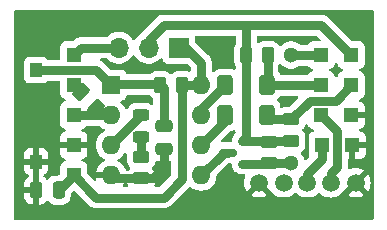
<source format=gbr>
%TF.GenerationSoftware,KiCad,Pcbnew,7.0.5*%
%TF.CreationDate,2023-12-04T17:25:30-05:00*%
%TF.ProjectId,isp,6973702e-6b69-4636-9164-5f7063625858,rev?*%
%TF.SameCoordinates,Original*%
%TF.FileFunction,Copper,L2,Bot*%
%TF.FilePolarity,Positive*%
%FSLAX46Y46*%
G04 Gerber Fmt 4.6, Leading zero omitted, Abs format (unit mm)*
G04 Created by KiCad (PCBNEW 7.0.5) date 2023-12-04 17:25:30*
%MOMM*%
%LPD*%
G01*
G04 APERTURE LIST*
G04 Aperture macros list*
%AMRoundRect*
0 Rectangle with rounded corners*
0 $1 Rounding radius*
0 $2 $3 $4 $5 $6 $7 $8 $9 X,Y pos of 4 corners*
0 Add a 4 corners polygon primitive as box body*
4,1,4,$2,$3,$4,$5,$6,$7,$8,$9,$2,$3,0*
0 Add four circle primitives for the rounded corners*
1,1,$1+$1,$2,$3*
1,1,$1+$1,$4,$5*
1,1,$1+$1,$6,$7*
1,1,$1+$1,$8,$9*
0 Add four rect primitives between the rounded corners*
20,1,$1+$1,$2,$3,$4,$5,0*
20,1,$1+$1,$4,$5,$6,$7,0*
20,1,$1+$1,$6,$7,$8,$9,0*
20,1,$1+$1,$8,$9,$2,$3,0*%
G04 Aperture macros list end*
%TA.AperFunction,ComponentPad*%
%ADD10C,1.500000*%
%TD*%
%TA.AperFunction,ComponentPad*%
%ADD11R,1.600000X1.600000*%
%TD*%
%TA.AperFunction,ComponentPad*%
%ADD12O,1.600000X1.600000*%
%TD*%
%TA.AperFunction,SMDPad,CuDef*%
%ADD13R,1.000000X1.250000*%
%TD*%
%TA.AperFunction,SMDPad,CuDef*%
%ADD14RoundRect,0.250000X-0.262500X-0.450000X0.262500X-0.450000X0.262500X0.450000X-0.262500X0.450000X0*%
%TD*%
%TA.AperFunction,SMDPad,CuDef*%
%ADD15RoundRect,0.250000X-0.450000X0.262500X-0.450000X-0.262500X0.450000X-0.262500X0.450000X0.262500X0*%
%TD*%
%TA.AperFunction,SMDPad,CuDef*%
%ADD16RoundRect,0.250000X0.450000X-0.262500X0.450000X0.262500X-0.450000X0.262500X-0.450000X-0.262500X0*%
%TD*%
%TA.AperFunction,SMDPad,CuDef*%
%ADD17RoundRect,0.250000X-0.503814X-0.132583X-0.132583X-0.503814X0.503814X0.132583X0.132583X0.503814X0*%
%TD*%
%TA.AperFunction,SMDPad,CuDef*%
%ADD18RoundRect,0.150000X0.587500X0.150000X-0.587500X0.150000X-0.587500X-0.150000X0.587500X-0.150000X0*%
%TD*%
%TA.AperFunction,ComponentPad*%
%ADD19R,1.300000X1.300000*%
%TD*%
%TA.AperFunction,ComponentPad*%
%ADD20R,1.700000X1.700000*%
%TD*%
%TA.AperFunction,ComponentPad*%
%ADD21O,1.700000X1.700000*%
%TD*%
%TA.AperFunction,SMDPad,CuDef*%
%ADD22RoundRect,0.243750X0.456250X-0.243750X0.456250X0.243750X-0.456250X0.243750X-0.456250X-0.243750X0*%
%TD*%
%TA.AperFunction,SMDPad,CuDef*%
%ADD23RoundRect,0.250000X-0.400000X-0.600000X0.400000X-0.600000X0.400000X0.600000X-0.400000X0.600000X0*%
%TD*%
%TA.AperFunction,SMDPad,CuDef*%
%ADD24RoundRect,0.250000X-0.475000X0.250000X-0.475000X-0.250000X0.475000X-0.250000X0.475000X0.250000X0*%
%TD*%
%TA.AperFunction,SMDPad,CuDef*%
%ADD25RoundRect,0.250000X0.250000X0.475000X-0.250000X0.475000X-0.250000X-0.475000X0.250000X-0.475000X0*%
%TD*%
%TA.AperFunction,ViaPad*%
%ADD26C,1.300000*%
%TD*%
%TA.AperFunction,Conductor*%
%ADD27C,0.750000*%
%TD*%
G04 APERTURE END LIST*
D10*
%TO.P,SW1,*%
%TO.N,GND*%
X28960000Y-14605000D03*
X20760000Y-14605000D03*
%TO.P,SW1,1,A*%
%TO.N,Net-(J3-~{RST})*%
X26860000Y-14605000D03*
%TO.P,SW1,2,B*%
%TO.N,Net-(J4-Pin_1)*%
X24860000Y-14605000D03*
%TO.P,SW1,3,C*%
%TO.N,unconnected-(SW1-C-Pad3)*%
X22860000Y-14605000D03*
%TD*%
D11*
%TO.P,U1,1,~{RESET}/PB5*%
%TO.N,Net-(U1-~{RESET}{slash}PB5)*%
X8255000Y-6350000D03*
D12*
%TO.P,U1,2,XTAL1/PB3*%
%TO.N,UART*%
X8255000Y-8890000D03*
%TO.P,U1,3,XTAL2/PB4*%
%TO.N,Net-(D3-A)*%
X8255000Y-11430000D03*
%TO.P,U1,4,GND*%
%TO.N,GND*%
X8255000Y-13970000D03*
%TO.P,U1,5,AREF/PB0*%
%TO.N,Net-(Q1-D)*%
X15875000Y-13970000D03*
%TO.P,U1,6,PB1*%
%TO.N,Net-(D1-K)*%
X15875000Y-11430000D03*
%TO.P,U1,7,PB2*%
%TO.N,Net-(D2-K)*%
X15875000Y-8890000D03*
%TO.P,U1,8,VCC*%
%TO.N,+5V*%
X15875000Y-6350000D03*
%TD*%
D13*
%TO.P,SW2,2,2*%
%TO.N,GND*%
X1905000Y-12830000D03*
%TO.P,SW2,1,1*%
%TO.N,Net-(U1-~{RESET}{slash}PB5)*%
X1905000Y-5080000D03*
%TD*%
D14*
%TO.P,R6,1*%
%TO.N,Net-(U1-~{RESET}{slash}PB5)*%
X12422500Y-6350000D03*
%TO.P,R6,2*%
%TO.N,+5V*%
X14247500Y-6350000D03*
%TD*%
D15*
%TO.P,R5,1*%
%TO.N,Net-(D3-K)*%
X10795000Y-12422500D03*
%TO.P,R5,2*%
%TO.N,GND*%
X10795000Y-14247500D03*
%TD*%
%TO.P,R4,2*%
%TO.N,Net-(J3-MISO)*%
X21590000Y-12977500D03*
%TO.P,R4,1*%
%TO.N,Net-(J2-Pin_2)*%
X21590000Y-11152500D03*
%TD*%
D16*
%TO.P,R3,1*%
%TO.N,Net-(J2-Pin_2)*%
X23495000Y-11072500D03*
%TO.P,R3,2*%
%TO.N,Net-(D1-A)*%
X23495000Y-9247500D03*
%TD*%
D14*
%TO.P,R2,1*%
%TO.N,Net-(J2-Pin_2)*%
X19685000Y-3810000D03*
%TO.P,R2,2*%
%TO.N,Net-(D2-A)*%
X21510000Y-3810000D03*
%TD*%
D17*
%TO.P,R1,1*%
%TO.N,Net-(J1-Pin_2)*%
X5704765Y-6974765D03*
%TO.P,R1,2*%
%TO.N,UART*%
X6995235Y-8265235D03*
%TD*%
D18*
%TO.P,Q1,3,D*%
%TO.N,Net-(Q1-D)*%
X18112500Y-12065000D03*
%TO.P,Q1,2,S*%
%TO.N,Net-(J3-MISO)*%
X19987500Y-13015000D03*
%TO.P,Q1,1,G*%
%TO.N,Net-(J2-Pin_2)*%
X19987500Y-11115000D03*
%TD*%
D19*
%TO.P,J4,2,Pin_2*%
%TO.N,GND*%
X28670000Y-11430000D03*
%TO.P,J4,1,Pin_1*%
%TO.N,Net-(J4-Pin_1)*%
X26130000Y-11430000D03*
%TD*%
%TO.P,J3,1,MISO*%
%TO.N,Net-(J3-MISO)*%
X26035000Y-3810000D03*
%TO.P,J3,2,VCC*%
%TO.N,Net-(J2-Pin_2)*%
X28575000Y-3810000D03*
%TO.P,J3,3,SCK*%
%TO.N,Net-(D2-A)*%
X26035000Y-6350000D03*
%TO.P,J3,4,MOSI*%
%TO.N,Net-(D1-A)*%
X28575000Y-6350000D03*
%TO.P,J3,5,~{RST}*%
%TO.N,Net-(J3-~{RST})*%
X26035000Y-8890000D03*
%TO.P,J3,6,GND*%
%TO.N,GND*%
X28575000Y-8890000D03*
%TD*%
D20*
%TO.P,J2,1,Pin_1*%
%TO.N,+5V*%
X13970000Y-3175000D03*
D21*
%TO.P,J2,2,Pin_2*%
%TO.N,Net-(J2-Pin_2)*%
X11430000Y-3175000D03*
%TO.P,J2,3,Pin_3*%
%TO.N,+3V3*%
X8890000Y-3175000D03*
%TD*%
D19*
%TO.P,J1,1,Pin_1*%
%TO.N,+3V3*%
X5080000Y-3810000D03*
%TO.P,J1,2,Pin_2*%
%TO.N,Net-(J1-Pin_2)*%
X5080000Y-6350000D03*
%TO.P,J1,3,Pin_3*%
%TO.N,UART*%
X5080000Y-8890000D03*
%TO.P,J1,4,Pin_4*%
%TO.N,GND*%
X5080000Y-11430000D03*
%TO.P,J1,5,Pin_5*%
%TO.N,+5V*%
X5080000Y-13970000D03*
%TD*%
D22*
%TO.P,D3,1,K*%
%TO.N,Net-(D3-K)*%
X10795000Y-10765000D03*
%TO.P,D3,2,A*%
%TO.N,Net-(D3-A)*%
X10795000Y-8890000D03*
%TD*%
D23*
%TO.P,D2,1,K*%
%TO.N,Net-(D2-K)*%
X17935000Y-6350000D03*
%TO.P,D2,2,A*%
%TO.N,Net-(D2-A)*%
X21435000Y-6350000D03*
%TD*%
%TO.P,D1,1,K*%
%TO.N,Net-(D1-K)*%
X17935000Y-8890000D03*
%TO.P,D1,2,A*%
%TO.N,Net-(D1-A)*%
X21435000Y-8890000D03*
%TD*%
D24*
%TO.P,C2,1*%
%TO.N,Net-(U1-~{RESET}{slash}PB5)*%
X12700000Y-9845000D03*
%TO.P,C2,2*%
%TO.N,GND*%
X12700000Y-11745000D03*
%TD*%
D25*
%TO.P,C1,1*%
%TO.N,+5V*%
X3805000Y-15240000D03*
%TO.P,C1,2*%
%TO.N,GND*%
X1905000Y-15240000D03*
%TD*%
D26*
%TO.N,Net-(J3-MISO)*%
X23495000Y-3810000D03*
X23495000Y-12977500D03*
%TD*%
D27*
%TO.N,+5V*%
X14247500Y-6350000D02*
X14247500Y-14327500D01*
X14247500Y-14327500D02*
X12700000Y-15875000D01*
X12700000Y-15875000D02*
X6985000Y-15875000D01*
X6985000Y-15875000D02*
X5080000Y-13970000D01*
%TO.N,Net-(J3-~{RST})*%
X27385000Y-10240000D02*
X26035000Y-8890000D01*
X27385000Y-13255000D02*
X27385000Y-10240000D01*
X26860000Y-13780000D02*
X27385000Y-13255000D01*
X26860000Y-14605000D02*
X26860000Y-13780000D01*
%TO.N,Net-(J4-Pin_1)*%
X26130000Y-12605000D02*
X26130000Y-11430000D01*
X24860000Y-13875000D02*
X26130000Y-12605000D01*
X24860000Y-14605000D02*
X24860000Y-13875000D01*
%TO.N,GND*%
X12700000Y-13335000D02*
X11787500Y-14247500D01*
X12700000Y-11745000D02*
X12700000Y-13335000D01*
X11787500Y-14247500D02*
X10795000Y-14247500D01*
X8532500Y-14247500D02*
X8255000Y-13970000D01*
X10795000Y-14247500D02*
X8532500Y-14247500D01*
%TO.N,Net-(D3-K)*%
X10795000Y-10765000D02*
X10795000Y-12422500D01*
%TO.N,Net-(D3-A)*%
X8255000Y-11430000D02*
X10795000Y-8890000D01*
%TO.N,Net-(J2-Pin_2)*%
X26035000Y-1270000D02*
X28575000Y-3810000D01*
X12700000Y-1270000D02*
X26035000Y-1270000D01*
X11430000Y-2540000D02*
X12700000Y-1270000D01*
X11430000Y-3175000D02*
X11430000Y-2540000D01*
%TO.N,Net-(D1-K)*%
X17935000Y-9370000D02*
X15875000Y-11430000D01*
X17935000Y-8890000D02*
X17935000Y-9370000D01*
%TO.N,Net-(D2-K)*%
X15875000Y-8410000D02*
X15875000Y-8890000D01*
X17935000Y-6350000D02*
X15875000Y-8410000D01*
%TO.N,Net-(Q1-D)*%
X17780000Y-12065000D02*
X15875000Y-13970000D01*
X18112500Y-12065000D02*
X17780000Y-12065000D01*
X15875000Y-13970000D02*
X16207500Y-13970000D01*
%TO.N,+3V3*%
X5715000Y-3175000D02*
X5080000Y-3810000D01*
X8890000Y-3175000D02*
X5715000Y-3175000D01*
%TO.N,+5V*%
X3810000Y-15240000D02*
X5080000Y-13970000D01*
X3805000Y-15240000D02*
X3810000Y-15240000D01*
%TO.N,Net-(U1-~{RESET}{slash}PB5)*%
X6985000Y-5080000D02*
X8255000Y-6350000D01*
X1905000Y-5080000D02*
X6985000Y-5080000D01*
%TO.N,UART*%
X5080000Y-8890000D02*
X7620000Y-8890000D01*
X7620000Y-8890000D02*
X6995235Y-8265235D01*
X8255000Y-8890000D02*
X7620000Y-8890000D01*
%TO.N,Net-(J1-Pin_2)*%
X5704765Y-6974765D02*
X5080000Y-6350000D01*
%TO.N,Net-(U1-~{RESET}{slash}PB5)*%
X12357500Y-6285000D02*
X12422500Y-6350000D01*
X8255000Y-6350000D02*
X8320000Y-6285000D01*
X8320000Y-6285000D02*
X12357500Y-6285000D01*
%TO.N,Net-(J3-MISO)*%
X26035000Y-3810000D02*
X23495000Y-3810000D01*
%TO.N,Net-(D2-A)*%
X26035000Y-6350000D02*
X21435000Y-6350000D01*
%TO.N,Net-(D1-A)*%
X27260000Y-7665000D02*
X25062500Y-7665000D01*
X28575000Y-6350000D02*
X27260000Y-7665000D01*
%TO.N,Net-(D2-A)*%
X26115000Y-6350000D02*
X26130000Y-6365000D01*
%TO.N,Net-(J3-MISO)*%
X23495000Y-3810000D02*
X23510000Y-3825000D01*
X23495000Y-12977500D02*
X21590000Y-12977500D01*
%TO.N,Net-(D1-A)*%
X23495000Y-9247500D02*
X25062500Y-7680000D01*
X21792500Y-9247500D02*
X21435000Y-8890000D01*
X23495000Y-9247500D02*
X21792500Y-9247500D01*
%TO.N,Net-(U1-~{RESET}{slash}PB5)*%
X12700000Y-6627500D02*
X12422500Y-6350000D01*
X12700000Y-9845000D02*
X12700000Y-6627500D01*
%TO.N,+5V*%
X15240000Y-6350000D02*
X15875000Y-6350000D01*
X14247500Y-6350000D02*
X15240000Y-6350000D01*
%TO.N,Net-(J2-Pin_2)*%
X19685000Y-1270000D02*
X19685000Y-3810000D01*
%TO.N,+5V*%
X15875000Y-4445000D02*
X15875000Y-6350000D01*
X14605000Y-3175000D02*
X15875000Y-4445000D01*
X13970000Y-3175000D02*
X14605000Y-3175000D01*
%TO.N,Net-(D1-K)*%
X15875000Y-11430000D02*
X16030000Y-11430000D01*
%TO.N,Net-(D2-K)*%
X15875000Y-8890000D02*
X16030000Y-8890000D01*
%TO.N,Net-(D2-A)*%
X21510000Y-6275000D02*
X21435000Y-6350000D01*
X21510000Y-3810000D02*
X21510000Y-6275000D01*
%TO.N,Net-(J3-MISO)*%
X21552500Y-13015000D02*
X21590000Y-12977500D01*
X19352500Y-13015000D02*
X21552500Y-13015000D01*
%TO.N,Net-(J2-Pin_2)*%
X19685000Y-10782500D02*
X19352500Y-11115000D01*
X19685000Y-3810000D02*
X19685000Y-10782500D01*
X19352500Y-11115000D02*
X23452500Y-11115000D01*
X23452500Y-11115000D02*
X23495000Y-11072500D01*
%TD*%
%TA.AperFunction,Conductor*%
%TO.N,GND*%
G36*
X9570485Y-14604727D02*
G01*
X9601210Y-14656982D01*
X9603364Y-14656269D01*
X9660435Y-14828496D01*
X9662837Y-14898324D01*
X9627105Y-14958366D01*
X9564585Y-14989559D01*
X9542729Y-14991500D01*
X9364946Y-14991500D01*
X9297907Y-14971815D01*
X9252152Y-14919011D01*
X9242208Y-14849853D01*
X9263371Y-14796376D01*
X9384055Y-14624022D01*
X9438632Y-14580398D01*
X9508131Y-14573205D01*
X9570485Y-14604727D01*
G37*
%TD.AperFunction*%
%TA.AperFunction,Conductor*%
G36*
X12893039Y-11514685D02*
G01*
X12938794Y-11567489D01*
X12950000Y-11619000D01*
X12950000Y-12744999D01*
X13224972Y-12744999D01*
X13224975Y-12744998D01*
X13227378Y-12744753D01*
X13227899Y-12744849D01*
X13228134Y-12744838D01*
X13228136Y-12744893D01*
X13296073Y-12757512D01*
X13346965Y-12805384D01*
X13364000Y-12868109D01*
X13364000Y-13910179D01*
X13344315Y-13977218D01*
X13327681Y-13997860D01*
X12370361Y-14955181D01*
X12309038Y-14988666D01*
X12282680Y-14991500D01*
X12047271Y-14991500D01*
X11980232Y-14971815D01*
X11934477Y-14919011D01*
X11924533Y-14849853D01*
X11929565Y-14828496D01*
X11984505Y-14662697D01*
X11984506Y-14662690D01*
X11994999Y-14559986D01*
X11995000Y-14559973D01*
X11995000Y-14497500D01*
X10669000Y-14497500D01*
X10601961Y-14477815D01*
X10556206Y-14425011D01*
X10545000Y-14373500D01*
X10545000Y-14121500D01*
X10564685Y-14054461D01*
X10617489Y-14008706D01*
X10669000Y-13997500D01*
X11994998Y-13997500D01*
X11994999Y-13935028D01*
X11994998Y-13935013D01*
X11984505Y-13832302D01*
X11929358Y-13665880D01*
X11929356Y-13665875D01*
X11837315Y-13516654D01*
X11749352Y-13428691D01*
X11715867Y-13367368D01*
X11720851Y-13297676D01*
X11749348Y-13253333D01*
X11844030Y-13158652D01*
X11937115Y-13007738D01*
X11992887Y-12839426D01*
X11992888Y-12839415D01*
X11993296Y-12837514D01*
X11993875Y-12836444D01*
X11995017Y-12832999D01*
X11995631Y-12833202D01*
X12026576Y-12776080D01*
X12087787Y-12742390D01*
X12127154Y-12740109D01*
X12175021Y-12744999D01*
X12449999Y-12744999D01*
X12450000Y-12744998D01*
X12450000Y-11619000D01*
X12469685Y-11551961D01*
X12522489Y-11506206D01*
X12574000Y-11495000D01*
X12826000Y-11495000D01*
X12893039Y-11514685D01*
G37*
%TD.AperFunction*%
%TA.AperFunction,Conductor*%
G36*
X7303679Y-9793185D02*
G01*
X7324321Y-9809819D01*
X7410700Y-9896198D01*
X7598251Y-10027523D01*
X7641345Y-10047618D01*
X7693784Y-10093791D01*
X7712936Y-10160984D01*
X7692720Y-10227865D01*
X7641345Y-10272382D01*
X7598251Y-10292476D01*
X7473126Y-10380090D01*
X7410700Y-10423802D01*
X7410698Y-10423803D01*
X7410695Y-10423806D01*
X7248806Y-10585695D01*
X7117476Y-10773252D01*
X7117475Y-10773254D01*
X7020718Y-10980750D01*
X7020714Y-10980761D01*
X6961457Y-11201910D01*
X6961456Y-11201918D01*
X6941502Y-11429998D01*
X6941502Y-11430001D01*
X6961456Y-11658081D01*
X6961457Y-11658089D01*
X7020714Y-11879238D01*
X7020718Y-11879249D01*
X7107335Y-12064999D01*
X7117477Y-12086749D01*
X7248802Y-12274300D01*
X7410700Y-12436198D01*
X7583517Y-12557206D01*
X7598251Y-12567523D01*
X7651401Y-12592307D01*
X7703840Y-12638479D01*
X7722992Y-12705673D01*
X7702776Y-12772554D01*
X7651401Y-12817071D01*
X7602517Y-12839865D01*
X7416179Y-12970342D01*
X7255342Y-13131179D01*
X7124865Y-13317517D01*
X7028734Y-13523673D01*
X7028730Y-13523682D01*
X6976127Y-13719999D01*
X6976128Y-13720000D01*
X7939314Y-13720000D01*
X7927359Y-13731955D01*
X7869835Y-13844852D01*
X7850014Y-13970000D01*
X7869835Y-14095148D01*
X7927359Y-14208045D01*
X7939314Y-14220000D01*
X6976128Y-14220000D01*
X7001544Y-14314856D01*
X6999881Y-14384706D01*
X6960718Y-14442568D01*
X6896490Y-14470072D01*
X6827588Y-14458485D01*
X6794088Y-14434630D01*
X6274819Y-13915361D01*
X6241334Y-13854038D01*
X6238500Y-13827680D01*
X6238500Y-13271362D01*
X6238499Y-13271345D01*
X6235157Y-13240270D01*
X6231989Y-13210799D01*
X6231134Y-13208507D01*
X6193594Y-13107859D01*
X6180889Y-13073796D01*
X6093261Y-12956739D01*
X5976204Y-12869111D01*
X5973518Y-12868109D01*
X5839204Y-12818011D01*
X5831813Y-12816265D01*
X5771097Y-12781691D01*
X5738711Y-12719781D01*
X5744938Y-12650189D01*
X5787800Y-12595011D01*
X5831826Y-12574908D01*
X5837383Y-12573595D01*
X5972086Y-12523354D01*
X5972093Y-12523350D01*
X6087187Y-12437190D01*
X6087190Y-12437187D01*
X6173350Y-12322093D01*
X6173354Y-12322086D01*
X6223596Y-12187379D01*
X6223598Y-12187372D01*
X6229999Y-12127844D01*
X6230000Y-12127827D01*
X6230000Y-11680000D01*
X5513686Y-11680000D01*
X5539493Y-11639844D01*
X5580000Y-11501889D01*
X5580000Y-11358111D01*
X5539493Y-11220156D01*
X5513686Y-11180000D01*
X6230000Y-11180000D01*
X6230000Y-10732172D01*
X6229999Y-10732155D01*
X6223598Y-10672627D01*
X6223596Y-10672620D01*
X6173354Y-10537913D01*
X6173350Y-10537906D01*
X6087190Y-10422812D01*
X6087187Y-10422809D01*
X5972093Y-10336649D01*
X5972086Y-10336645D01*
X5837379Y-10286403D01*
X5831817Y-10285089D01*
X5771100Y-10250518D01*
X5738712Y-10188608D01*
X5744936Y-10119016D01*
X5787796Y-10063837D01*
X5831820Y-10043732D01*
X5839194Y-10041989D01*
X5839201Y-10041989D01*
X5839207Y-10041986D01*
X5839210Y-10041986D01*
X5877985Y-10027523D01*
X5976204Y-9990889D01*
X6093261Y-9903261D01*
X6153202Y-9823188D01*
X6209136Y-9781318D01*
X6252469Y-9773500D01*
X7236640Y-9773500D01*
X7303679Y-9793185D01*
G37*
%TD.AperFunction*%
%TA.AperFunction,Conductor*%
G36*
X30422539Y-20185D02*
G01*
X30468294Y-72989D01*
X30479500Y-124500D01*
X30479500Y-17655500D01*
X30459815Y-17722539D01*
X30407011Y-17768294D01*
X30355500Y-17779500D01*
X124500Y-17779500D01*
X57461Y-17759815D01*
X11706Y-17707011D01*
X500Y-17655500D01*
X500Y-15490000D01*
X905001Y-15490000D01*
X905001Y-15764986D01*
X915494Y-15867697D01*
X970641Y-16034119D01*
X970643Y-16034124D01*
X1062684Y-16183345D01*
X1186654Y-16307315D01*
X1335875Y-16399356D01*
X1335880Y-16399358D01*
X1502302Y-16454505D01*
X1502309Y-16454506D01*
X1605019Y-16464999D01*
X1654999Y-16464998D01*
X1655000Y-16464998D01*
X1655000Y-15490000D01*
X905001Y-15490000D01*
X500Y-15490000D01*
X500Y-13080000D01*
X905000Y-13080000D01*
X905000Y-13502844D01*
X911401Y-13562372D01*
X911403Y-13562379D01*
X961645Y-13697086D01*
X961649Y-13697093D01*
X1047809Y-13812187D01*
X1047812Y-13812190D01*
X1162906Y-13898350D01*
X1162913Y-13898354D01*
X1217297Y-13918638D01*
X1273231Y-13960509D01*
X1297648Y-14025973D01*
X1282797Y-14094246D01*
X1239062Y-14140358D01*
X1186656Y-14172682D01*
X1062684Y-14296654D01*
X970643Y-14445875D01*
X970641Y-14445880D01*
X915494Y-14612302D01*
X915493Y-14612309D01*
X905000Y-14715013D01*
X905000Y-14990000D01*
X1655000Y-14990000D01*
X1655000Y-13080000D01*
X905000Y-13080000D01*
X500Y-13080000D01*
X500Y-12580000D01*
X905000Y-12580000D01*
X1655000Y-12580000D01*
X1655000Y-11705000D01*
X2155000Y-11705000D01*
X2155000Y-12580000D01*
X2905000Y-12580000D01*
X2905000Y-12157172D01*
X2904999Y-12157155D01*
X2898598Y-12097627D01*
X2898596Y-12097620D01*
X2848354Y-11962913D01*
X2848350Y-11962906D01*
X2762190Y-11847812D01*
X2762187Y-11847809D01*
X2647093Y-11761649D01*
X2647086Y-11761645D01*
X2512379Y-11711403D01*
X2512372Y-11711401D01*
X2452844Y-11705000D01*
X2155000Y-11705000D01*
X1655000Y-11705000D01*
X1357155Y-11705000D01*
X1297627Y-11711401D01*
X1297620Y-11711403D01*
X1162913Y-11761645D01*
X1162906Y-11761649D01*
X1047812Y-11847809D01*
X1047809Y-11847812D01*
X961649Y-11962906D01*
X961645Y-11962913D01*
X911403Y-12097620D01*
X911401Y-12097627D01*
X905000Y-12157155D01*
X905000Y-12580000D01*
X500Y-12580000D01*
X500Y-5753654D01*
X896500Y-5753654D01*
X903011Y-5814202D01*
X903011Y-5814204D01*
X954111Y-5951204D01*
X1041739Y-6068261D01*
X1158796Y-6155889D01*
X1295799Y-6206989D01*
X1323050Y-6209918D01*
X1356345Y-6213499D01*
X1356362Y-6213500D01*
X2453638Y-6213500D01*
X2453654Y-6213499D01*
X2480692Y-6210591D01*
X2514201Y-6206989D01*
X2651204Y-6155889D01*
X2768261Y-6068261D01*
X2809487Y-6013188D01*
X2865421Y-5971318D01*
X2908754Y-5963500D01*
X3797500Y-5963500D01*
X3864539Y-5983185D01*
X3910294Y-6035989D01*
X3921500Y-6087500D01*
X3921500Y-7048654D01*
X3928011Y-7109202D01*
X3928011Y-7109204D01*
X3974373Y-7233500D01*
X3979111Y-7246204D01*
X4066739Y-7363261D01*
X4183796Y-7450889D01*
X4242687Y-7472854D01*
X4325703Y-7503819D01*
X4381636Y-7545691D01*
X4406052Y-7611155D01*
X4391200Y-7679428D01*
X4341794Y-7728833D01*
X4325703Y-7736181D01*
X4183795Y-7789111D01*
X4066739Y-7876739D01*
X3979111Y-7993795D01*
X3928011Y-8130795D01*
X3928011Y-8130797D01*
X3921500Y-8191345D01*
X3921500Y-9588654D01*
X3928011Y-9649202D01*
X3928011Y-9649204D01*
X3961144Y-9738034D01*
X3979111Y-9786204D01*
X4066739Y-9903261D01*
X4183796Y-9990889D01*
X4260564Y-10019522D01*
X4320795Y-10041988D01*
X4328180Y-10043733D01*
X4388898Y-10078303D01*
X4421287Y-10140213D01*
X4415064Y-10209804D01*
X4372204Y-10264984D01*
X4328184Y-10285088D01*
X4322624Y-10286401D01*
X4187913Y-10336645D01*
X4187906Y-10336649D01*
X4072812Y-10422809D01*
X4072809Y-10422812D01*
X3986649Y-10537906D01*
X3986645Y-10537913D01*
X3936403Y-10672620D01*
X3936401Y-10672627D01*
X3930000Y-10732155D01*
X3930000Y-11180000D01*
X4646314Y-11180000D01*
X4620507Y-11220156D01*
X4580000Y-11358111D01*
X4580000Y-11501889D01*
X4620507Y-11639844D01*
X4646314Y-11680000D01*
X3930000Y-11680000D01*
X3930000Y-12127844D01*
X3936401Y-12187372D01*
X3936403Y-12187379D01*
X3986645Y-12322086D01*
X3986649Y-12322093D01*
X4072809Y-12437187D01*
X4072812Y-12437190D01*
X4187906Y-12523350D01*
X4187913Y-12523354D01*
X4322621Y-12573597D01*
X4328175Y-12574909D01*
X4388894Y-12609476D01*
X4421286Y-12671384D01*
X4415066Y-12740976D01*
X4372208Y-12796158D01*
X4328188Y-12816264D01*
X4320800Y-12818009D01*
X4183795Y-12869111D01*
X4066739Y-12956739D01*
X3979111Y-13073795D01*
X3928011Y-13210795D01*
X3928011Y-13210797D01*
X3921500Y-13271345D01*
X3921499Y-13271362D01*
X3921499Y-13827678D01*
X3901814Y-13894718D01*
X3885181Y-13915358D01*
X3830360Y-13970180D01*
X3769037Y-14003666D01*
X3742679Y-14006500D01*
X3504463Y-14006500D01*
X3504446Y-14006501D01*
X3400572Y-14017113D01*
X3232264Y-14072884D01*
X3232259Y-14072886D01*
X3081346Y-14165971D01*
X2955970Y-14291347D01*
X2955968Y-14291350D01*
X2955541Y-14292043D01*
X2955123Y-14292418D01*
X2951489Y-14297015D01*
X2950703Y-14296393D01*
X2903591Y-14338764D01*
X2834627Y-14349983D01*
X2770547Y-14322136D01*
X2752739Y-14301578D01*
X2751798Y-14302323D01*
X2747316Y-14296655D01*
X2623344Y-14172683D01*
X2623340Y-14172680D01*
X2570938Y-14140358D01*
X2524213Y-14088411D01*
X2512992Y-14019448D01*
X2540835Y-13955366D01*
X2592703Y-13918638D01*
X2647084Y-13898355D01*
X2647093Y-13898350D01*
X2762187Y-13812190D01*
X2762190Y-13812187D01*
X2848350Y-13697093D01*
X2848354Y-13697086D01*
X2898596Y-13562379D01*
X2898598Y-13562372D01*
X2904999Y-13502844D01*
X2905000Y-13502827D01*
X2905000Y-13080000D01*
X2155000Y-13080000D01*
X2155000Y-16464999D01*
X2204972Y-16464999D01*
X2204986Y-16464998D01*
X2307697Y-16454505D01*
X2474119Y-16399358D01*
X2474124Y-16399356D01*
X2623345Y-16307315D01*
X2747316Y-16183344D01*
X2751798Y-16177677D01*
X2753991Y-16179411D01*
X2796357Y-16141265D01*
X2865314Y-16130008D01*
X2929410Y-16157818D01*
X2951334Y-16183106D01*
X2951489Y-16182985D01*
X2954183Y-16186392D01*
X2955545Y-16187963D01*
X2955970Y-16188652D01*
X3081348Y-16314030D01*
X3232262Y-16407115D01*
X3400574Y-16462887D01*
X3504455Y-16473500D01*
X4105544Y-16473499D01*
X4209426Y-16462887D01*
X4377738Y-16407115D01*
X4528652Y-16314030D01*
X4654030Y-16188652D01*
X4747115Y-16037738D01*
X4802887Y-15869426D01*
X4813500Y-15765545D01*
X4813499Y-15537319D01*
X4833183Y-15470280D01*
X4849809Y-15449647D01*
X4992321Y-15307135D01*
X5053642Y-15273653D01*
X5123334Y-15278637D01*
X5167681Y-15307138D01*
X6304197Y-16443654D01*
X6316833Y-16458448D01*
X6324815Y-16469434D01*
X6375439Y-16515016D01*
X6377795Y-16517252D01*
X6393016Y-16532473D01*
X6409730Y-16546007D01*
X6412201Y-16548117D01*
X6434853Y-16568512D01*
X6462831Y-16593704D01*
X6474587Y-16600491D01*
X6490619Y-16611510D01*
X6501161Y-16620047D01*
X6561824Y-16650956D01*
X6564678Y-16652505D01*
X6623669Y-16686564D01*
X6636574Y-16690757D01*
X6654542Y-16698199D01*
X6666637Y-16704362D01*
X6666639Y-16704362D01*
X6666640Y-16704363D01*
X6678164Y-16707450D01*
X6732441Y-16721993D01*
X6735520Y-16722906D01*
X6800298Y-16743954D01*
X6813795Y-16745372D01*
X6832921Y-16748918D01*
X6842157Y-16751392D01*
X6846029Y-16752430D01*
X6914058Y-16755994D01*
X6917261Y-16756246D01*
X6938694Y-16758500D01*
X6960226Y-16758500D01*
X6963469Y-16758584D01*
X7031493Y-16762150D01*
X7044896Y-16760027D01*
X7064296Y-16758500D01*
X12620704Y-16758500D01*
X12640103Y-16760026D01*
X12653507Y-16762150D01*
X12721530Y-16758584D01*
X12724774Y-16758500D01*
X12746306Y-16758500D01*
X12767734Y-16756247D01*
X12770943Y-16755994D01*
X12838971Y-16752430D01*
X12852073Y-16748918D01*
X12871211Y-16745372D01*
X12877036Y-16744759D01*
X12884702Y-16743954D01*
X12934104Y-16727901D01*
X12949479Y-16722906D01*
X12952563Y-16721991D01*
X13018363Y-16704362D01*
X13030451Y-16698202D01*
X13048423Y-16690757D01*
X13061331Y-16686564D01*
X13120347Y-16652489D01*
X13123117Y-16650985D01*
X13183839Y-16620047D01*
X13194391Y-16611501D01*
X13210412Y-16600490D01*
X13222169Y-16593704D01*
X13222172Y-16593700D01*
X13222174Y-16593700D01*
X13233704Y-16583317D01*
X13272812Y-16548103D01*
X13275227Y-16546042D01*
X13291986Y-16532472D01*
X13307240Y-16517216D01*
X13309542Y-16515031D01*
X13360185Y-16469434D01*
X13368165Y-16458449D01*
X13380794Y-16443662D01*
X14816162Y-15008294D01*
X14830950Y-14995664D01*
X14841934Y-14987685D01*
X14849376Y-14979419D01*
X14908863Y-14942769D01*
X14978720Y-14944098D01*
X15026339Y-14972967D01*
X15026550Y-14972716D01*
X15028179Y-14974083D01*
X15029210Y-14974708D01*
X15030700Y-14976198D01*
X15218251Y-15107523D01*
X15277262Y-15135040D01*
X15425750Y-15204281D01*
X15425752Y-15204281D01*
X15425757Y-15204284D01*
X15646913Y-15263543D01*
X15809832Y-15277796D01*
X15874998Y-15283498D01*
X15875000Y-15283498D01*
X15875002Y-15283498D01*
X15932021Y-15278509D01*
X16103087Y-15263543D01*
X16324243Y-15204284D01*
X16531749Y-15107523D01*
X16719300Y-14976198D01*
X16881198Y-14814300D01*
X17012523Y-14626749D01*
X17109284Y-14419243D01*
X17168543Y-14198087D01*
X17188498Y-13970000D01*
X17188385Y-13968720D01*
X17188498Y-13968162D01*
X17188498Y-13964585D01*
X17189217Y-13964585D01*
X17202147Y-13900219D01*
X17224229Y-13870226D01*
X18113400Y-12981056D01*
X18174721Y-12947573D01*
X18188096Y-12945421D01*
X18297202Y-12933954D01*
X18306681Y-12930873D01*
X18376520Y-12928877D01*
X18436354Y-12964956D01*
X18467183Y-13027656D01*
X18469000Y-13048804D01*
X18469000Y-13107859D01*
X18507612Y-13289520D01*
X18507614Y-13289525D01*
X18583151Y-13459181D01*
X18583152Y-13459183D01*
X18626128Y-13518335D01*
X18692316Y-13609436D01*
X18754999Y-13665875D01*
X18830331Y-13733704D01*
X18991169Y-13826564D01*
X18991171Y-13826564D01*
X18991174Y-13826566D01*
X19044832Y-13844000D01*
X19167798Y-13883954D01*
X19306194Y-13898500D01*
X19515583Y-13898500D01*
X19582622Y-13918185D01*
X19628377Y-13970989D01*
X19638321Y-14040147D01*
X19627965Y-14074905D01*
X19580898Y-14175840D01*
X19580894Y-14175849D01*
X19524289Y-14387105D01*
X19524287Y-14387115D01*
X19505225Y-14604999D01*
X19505225Y-14605000D01*
X19524287Y-14822884D01*
X19524289Y-14822894D01*
X19580894Y-15034150D01*
X19580898Y-15034159D01*
X19673335Y-15232391D01*
X19716873Y-15294571D01*
X19716874Y-15294572D01*
X20157452Y-14853993D01*
X20167188Y-14883956D01*
X20255186Y-15022619D01*
X20374903Y-15135040D01*
X20509510Y-15209041D01*
X20070426Y-15648124D01*
X20132611Y-15691666D01*
X20132613Y-15691667D01*
X20330840Y-15784101D01*
X20330849Y-15784105D01*
X20542105Y-15840710D01*
X20542115Y-15840712D01*
X20759999Y-15859775D01*
X20760001Y-15859775D01*
X20977884Y-15840712D01*
X20977894Y-15840710D01*
X21189150Y-15784105D01*
X21189159Y-15784101D01*
X21387387Y-15691666D01*
X21449572Y-15648124D01*
X21007534Y-15206086D01*
X21075629Y-15179126D01*
X21208492Y-15082595D01*
X21313175Y-14956055D01*
X21361631Y-14853079D01*
X21806706Y-15298154D01*
X21820599Y-15314711D01*
X21892245Y-15417030D01*
X21892251Y-15417038D01*
X22047962Y-15572749D01*
X22228346Y-15699056D01*
X22427924Y-15792120D01*
X22640629Y-15849115D01*
X22797322Y-15862823D01*
X22859998Y-15868307D01*
X22860000Y-15868307D01*
X22860002Y-15868307D01*
X22914842Y-15863509D01*
X23079371Y-15849115D01*
X23292076Y-15792120D01*
X23491654Y-15699056D01*
X23672038Y-15572749D01*
X23772318Y-15472468D01*
X23833642Y-15438983D01*
X23903334Y-15443967D01*
X23947681Y-15472468D01*
X24047962Y-15572749D01*
X24228346Y-15699056D01*
X24427924Y-15792120D01*
X24640629Y-15849115D01*
X24797322Y-15862823D01*
X24859998Y-15868307D01*
X24860000Y-15868307D01*
X24860002Y-15868307D01*
X24914842Y-15863509D01*
X25079371Y-15849115D01*
X25292076Y-15792120D01*
X25491654Y-15699056D01*
X25672038Y-15572749D01*
X25772318Y-15472468D01*
X25833642Y-15438983D01*
X25903334Y-15443967D01*
X25947681Y-15472468D01*
X26047962Y-15572749D01*
X26228346Y-15699056D01*
X26427924Y-15792120D01*
X26640629Y-15849115D01*
X26797322Y-15862823D01*
X26859998Y-15868307D01*
X26860000Y-15868307D01*
X26860002Y-15868307D01*
X26914842Y-15863509D01*
X27079371Y-15849115D01*
X27292076Y-15792120D01*
X27491654Y-15699056D01*
X27672038Y-15572749D01*
X27827749Y-15417038D01*
X27899404Y-15314704D01*
X27913291Y-15298155D01*
X28357452Y-14853993D01*
X28367188Y-14883956D01*
X28455186Y-15022619D01*
X28574903Y-15135040D01*
X28709510Y-15209041D01*
X28270426Y-15648124D01*
X28332611Y-15691666D01*
X28332613Y-15691667D01*
X28530840Y-15784101D01*
X28530849Y-15784105D01*
X28742105Y-15840710D01*
X28742115Y-15840712D01*
X28959999Y-15859775D01*
X28960001Y-15859775D01*
X29177884Y-15840712D01*
X29177894Y-15840710D01*
X29389150Y-15784105D01*
X29389159Y-15784101D01*
X29587387Y-15691666D01*
X29649572Y-15648124D01*
X29207534Y-15206086D01*
X29275629Y-15179126D01*
X29408492Y-15082595D01*
X29513175Y-14956055D01*
X29561631Y-14853079D01*
X30003124Y-15294572D01*
X30046666Y-15232387D01*
X30139101Y-15034159D01*
X30139105Y-15034150D01*
X30195710Y-14822894D01*
X30195712Y-14822884D01*
X30214775Y-14605000D01*
X30214775Y-14604999D01*
X30195712Y-14387115D01*
X30195710Y-14387105D01*
X30139105Y-14175849D01*
X30139101Y-14175840D01*
X30046668Y-13977615D01*
X30003123Y-13915428D01*
X29562546Y-14356004D01*
X29552812Y-14326044D01*
X29464814Y-14187381D01*
X29345097Y-14074960D01*
X29210488Y-14000957D01*
X29649572Y-13561874D01*
X29649571Y-13561873D01*
X29587391Y-13518335D01*
X29389159Y-13425898D01*
X29389150Y-13425894D01*
X29177894Y-13369289D01*
X29177884Y-13369287D01*
X28960001Y-13350225D01*
X28959999Y-13350225D01*
X28742115Y-13369287D01*
X28742105Y-13369289D01*
X28530849Y-13425894D01*
X28530840Y-13425898D01*
X28441026Y-13467779D01*
X28371948Y-13478271D01*
X28308164Y-13449751D01*
X28269925Y-13391275D01*
X28264791Y-13348908D01*
X28265994Y-13325951D01*
X28266247Y-13322734D01*
X28268500Y-13301306D01*
X28268500Y-13279774D01*
X28268585Y-13276528D01*
X28268857Y-13271345D01*
X28272150Y-13208507D01*
X28270026Y-13195101D01*
X28268500Y-13175704D01*
X28268500Y-12704000D01*
X28288185Y-12636961D01*
X28340989Y-12591206D01*
X28392500Y-12580000D01*
X28420000Y-12580000D01*
X28420000Y-11865501D01*
X28527685Y-11914680D01*
X28634237Y-11930000D01*
X28705763Y-11930000D01*
X28812315Y-11914680D01*
X28920000Y-11865501D01*
X28920000Y-12580000D01*
X29367828Y-12580000D01*
X29367844Y-12579999D01*
X29427372Y-12573598D01*
X29427379Y-12573596D01*
X29562086Y-12523354D01*
X29562093Y-12523350D01*
X29677187Y-12437190D01*
X29677190Y-12437187D01*
X29763350Y-12322093D01*
X29763354Y-12322086D01*
X29813596Y-12187379D01*
X29813598Y-12187372D01*
X29819999Y-12127844D01*
X29820000Y-12127827D01*
X29820000Y-11680000D01*
X29103686Y-11680000D01*
X29129493Y-11639844D01*
X29170000Y-11501889D01*
X29170000Y-11358111D01*
X29129493Y-11220156D01*
X29103686Y-11180000D01*
X29820000Y-11180000D01*
X29820000Y-10732172D01*
X29819999Y-10732155D01*
X29813598Y-10672627D01*
X29813596Y-10672620D01*
X29763354Y-10537913D01*
X29763350Y-10537906D01*
X29677190Y-10422812D01*
X29677187Y-10422809D01*
X29562093Y-10336649D01*
X29562086Y-10336645D01*
X29427379Y-10286403D01*
X29427372Y-10286401D01*
X29367844Y-10280000D01*
X29353588Y-10280000D01*
X29286549Y-10260315D01*
X29240794Y-10207511D01*
X29230850Y-10138353D01*
X29259875Y-10074797D01*
X29318653Y-10037023D01*
X29325078Y-10035322D01*
X29332378Y-10033597D01*
X29467086Y-9983354D01*
X29467093Y-9983350D01*
X29582187Y-9897190D01*
X29582190Y-9897187D01*
X29668350Y-9782093D01*
X29668354Y-9782086D01*
X29718596Y-9647379D01*
X29718598Y-9647372D01*
X29724999Y-9587844D01*
X29725000Y-9587827D01*
X29725000Y-9140000D01*
X29008686Y-9140000D01*
X29034493Y-9099844D01*
X29075000Y-8961889D01*
X29075000Y-8818111D01*
X29034493Y-8680156D01*
X29008686Y-8640000D01*
X29725000Y-8640000D01*
X29725000Y-8192172D01*
X29724999Y-8192155D01*
X29718598Y-8132627D01*
X29718596Y-8132620D01*
X29668354Y-7997913D01*
X29668350Y-7997906D01*
X29582190Y-7882812D01*
X29582187Y-7882809D01*
X29467093Y-7796649D01*
X29467086Y-7796645D01*
X29332379Y-7746403D01*
X29326817Y-7745089D01*
X29266100Y-7710518D01*
X29233712Y-7648608D01*
X29239936Y-7579016D01*
X29282796Y-7523837D01*
X29326820Y-7503732D01*
X29334194Y-7501989D01*
X29334201Y-7501989D01*
X29334207Y-7501986D01*
X29334210Y-7501986D01*
X29395010Y-7479308D01*
X29471204Y-7450889D01*
X29588261Y-7363261D01*
X29675889Y-7246204D01*
X29726989Y-7109201D01*
X29730591Y-7075692D01*
X29733499Y-7048654D01*
X29733500Y-7048637D01*
X29733500Y-5651362D01*
X29733499Y-5651345D01*
X29727516Y-5595703D01*
X29726989Y-5590799D01*
X29675889Y-5453796D01*
X29588261Y-5336739D01*
X29471204Y-5249111D01*
X29471202Y-5249110D01*
X29471204Y-5249110D01*
X29329297Y-5196181D01*
X29273363Y-5154310D01*
X29248947Y-5088845D01*
X29263799Y-5020572D01*
X29313205Y-4971167D01*
X29329297Y-4963819D01*
X29429090Y-4926596D01*
X29471204Y-4910889D01*
X29588261Y-4823261D01*
X29675889Y-4706204D01*
X29726359Y-4570891D01*
X29726988Y-4569204D01*
X29726988Y-4569203D01*
X29726989Y-4569201D01*
X29731527Y-4526988D01*
X29733499Y-4508654D01*
X29733500Y-4508637D01*
X29733500Y-3111362D01*
X29733499Y-3111345D01*
X29730157Y-3080270D01*
X29726989Y-3050799D01*
X29721940Y-3037263D01*
X29677711Y-2918682D01*
X29675889Y-2913796D01*
X29588261Y-2796739D01*
X29471204Y-2709111D01*
X29334203Y-2658011D01*
X29273654Y-2651500D01*
X29273638Y-2651500D01*
X28717320Y-2651500D01*
X28650281Y-2631815D01*
X28629639Y-2615181D01*
X26715798Y-701340D01*
X26703160Y-686543D01*
X26695185Y-675566D01*
X26644553Y-629977D01*
X26642214Y-627756D01*
X26626990Y-612532D01*
X26626977Y-612520D01*
X26610243Y-598969D01*
X26607776Y-596862D01*
X26593259Y-583792D01*
X26557169Y-551296D01*
X26553829Y-549368D01*
X26545411Y-544507D01*
X26529376Y-533486D01*
X26518844Y-524957D01*
X26518843Y-524956D01*
X26518839Y-524953D01*
X26514384Y-522683D01*
X26458157Y-494033D01*
X26455304Y-492484D01*
X26396332Y-458436D01*
X26396325Y-458433D01*
X26383424Y-454241D01*
X26365456Y-446799D01*
X26353361Y-440637D01*
X26287572Y-423008D01*
X26284460Y-422087D01*
X26219708Y-401047D01*
X26219696Y-401045D01*
X26206202Y-399626D01*
X26187088Y-396083D01*
X26173974Y-392570D01*
X26173970Y-392569D01*
X26105957Y-389004D01*
X26102725Y-388750D01*
X26088065Y-387210D01*
X26081306Y-386500D01*
X26081302Y-386500D01*
X26059774Y-386500D01*
X26056530Y-386415D01*
X25988507Y-382850D01*
X25988506Y-382850D01*
X25988505Y-382850D01*
X25975103Y-384973D01*
X25955704Y-386500D01*
X12779290Y-386500D01*
X12759891Y-384973D01*
X12746493Y-382851D01*
X12678482Y-386415D01*
X12675239Y-386500D01*
X12653694Y-386500D01*
X12647838Y-387115D01*
X12632264Y-388751D01*
X12629033Y-389005D01*
X12561030Y-392569D01*
X12561029Y-392569D01*
X12547910Y-396084D01*
X12528798Y-399626D01*
X12515303Y-401045D01*
X12515291Y-401047D01*
X12460809Y-418749D01*
X12450534Y-422088D01*
X12447432Y-423007D01*
X12381642Y-440635D01*
X12381635Y-440638D01*
X12369537Y-446802D01*
X12351579Y-454240D01*
X12345278Y-456288D01*
X12338668Y-458436D01*
X12338663Y-458438D01*
X12300283Y-480597D01*
X12279672Y-492497D01*
X12276843Y-494033D01*
X12216159Y-524954D01*
X12216152Y-524958D01*
X12205604Y-533499D01*
X12189586Y-544508D01*
X12177832Y-551294D01*
X12127216Y-596867D01*
X12124752Y-598972D01*
X12108024Y-612519D01*
X12108004Y-612536D01*
X12092770Y-627770D01*
X12090420Y-629999D01*
X12039812Y-675567D01*
X12031831Y-686552D01*
X12019199Y-701341D01*
X10861338Y-1859202D01*
X10846549Y-1871834D01*
X10835568Y-1879812D01*
X10835563Y-1879817D01*
X10789999Y-1930420D01*
X10787770Y-1932770D01*
X10772536Y-1948004D01*
X10772518Y-1948025D01*
X10758971Y-1964752D01*
X10756867Y-1967216D01*
X10723089Y-2004732D01*
X10689967Y-2030810D01*
X10684430Y-2033806D01*
X10684422Y-2033812D01*
X10506761Y-2172092D01*
X10506756Y-2172097D01*
X10354284Y-2337723D01*
X10354276Y-2337734D01*
X10263808Y-2476206D01*
X10210662Y-2521562D01*
X10141431Y-2530986D01*
X10078095Y-2501484D01*
X10056192Y-2476206D01*
X9982515Y-2363436D01*
X9965722Y-2337732D01*
X9965719Y-2337729D01*
X9965715Y-2337723D01*
X9813243Y-2172097D01*
X9813238Y-2172092D01*
X9635577Y-2033812D01*
X9635572Y-2033808D01*
X9437580Y-1926661D01*
X9437577Y-1926659D01*
X9437574Y-1926658D01*
X9437571Y-1926657D01*
X9437569Y-1926656D01*
X9224637Y-1853556D01*
X9002569Y-1816500D01*
X8777431Y-1816500D01*
X8555362Y-1853556D01*
X8342430Y-1926656D01*
X8342419Y-1926661D01*
X8144427Y-2033808D01*
X8144422Y-2033812D01*
X7966761Y-2172092D01*
X7893676Y-2251484D01*
X7833789Y-2287474D01*
X7802447Y-2291500D01*
X5794296Y-2291500D01*
X5774896Y-2289973D01*
X5761493Y-2287850D01*
X5693469Y-2291415D01*
X5690226Y-2291500D01*
X5668694Y-2291500D01*
X5659574Y-2292458D01*
X5647276Y-2293750D01*
X5644044Y-2294004D01*
X5576032Y-2297569D01*
X5576027Y-2297570D01*
X5562910Y-2301084D01*
X5543798Y-2304626D01*
X5530303Y-2306045D01*
X5530291Y-2306047D01*
X5475809Y-2323749D01*
X5465534Y-2327088D01*
X5462431Y-2328007D01*
X5396639Y-2345636D01*
X5384544Y-2351799D01*
X5366578Y-2359241D01*
X5353670Y-2363435D01*
X5353665Y-2363437D01*
X5294702Y-2397479D01*
X5291851Y-2399028D01*
X5231165Y-2429948D01*
X5231164Y-2429949D01*
X5220612Y-2438494D01*
X5204587Y-2449508D01*
X5192833Y-2456294D01*
X5192828Y-2456298D01*
X5142221Y-2501864D01*
X5139757Y-2503969D01*
X5123014Y-2517528D01*
X5107781Y-2532760D01*
X5105429Y-2534991D01*
X5054816Y-2580563D01*
X5046832Y-2591552D01*
X5034203Y-2606338D01*
X5025366Y-2615176D01*
X4964045Y-2648665D01*
X4937680Y-2651500D01*
X4381345Y-2651500D01*
X4320797Y-2658011D01*
X4320795Y-2658011D01*
X4183795Y-2709111D01*
X4066739Y-2796739D01*
X3979111Y-2913795D01*
X3928011Y-3050795D01*
X3928011Y-3050797D01*
X3921500Y-3111345D01*
X3921500Y-4072500D01*
X3901815Y-4139539D01*
X3849011Y-4185294D01*
X3797500Y-4196500D01*
X2908754Y-4196500D01*
X2841715Y-4176815D01*
X2809487Y-4146811D01*
X2768261Y-4091739D01*
X2651204Y-4004111D01*
X2514203Y-3953011D01*
X2453654Y-3946500D01*
X2453638Y-3946500D01*
X1356362Y-3946500D01*
X1356345Y-3946500D01*
X1295797Y-3953011D01*
X1295795Y-3953011D01*
X1158795Y-4004111D01*
X1041739Y-4091739D01*
X954111Y-4208795D01*
X903011Y-4345795D01*
X903011Y-4345797D01*
X896500Y-4406345D01*
X896500Y-5753654D01*
X500Y-5753654D01*
X500Y-124500D01*
X20185Y-57461D01*
X72989Y-11706D01*
X124500Y-500D01*
X30355500Y-500D01*
X30422539Y-20185D01*
G37*
%TD.AperFunction*%
%TD*%
%TA.AperFunction,NonConductor*%
G36*
X25684719Y-2173185D02*
G01*
X25705361Y-2189819D01*
X25955361Y-2439819D01*
X25988846Y-2501142D01*
X25983862Y-2570834D01*
X25941990Y-2626767D01*
X25876526Y-2651184D01*
X25867680Y-2651500D01*
X25336345Y-2651500D01*
X25275797Y-2658011D01*
X25275795Y-2658011D01*
X25138795Y-2709111D01*
X25021739Y-2796739D01*
X24961798Y-2876811D01*
X24905864Y-2918682D01*
X24862531Y-2926500D01*
X24293504Y-2926500D01*
X24226465Y-2906815D01*
X24209966Y-2894137D01*
X24196143Y-2881536D01*
X24196141Y-2881534D01*
X24013603Y-2768513D01*
X24013600Y-2768511D01*
X23994135Y-2760970D01*
X23813397Y-2690951D01*
X23602351Y-2651500D01*
X23387649Y-2651500D01*
X23176603Y-2690951D01*
X23176600Y-2690951D01*
X23176600Y-2690952D01*
X22976399Y-2768511D01*
X22976396Y-2768513D01*
X22793860Y-2881533D01*
X22632178Y-3028925D01*
X22569373Y-3059541D01*
X22499986Y-3051343D01*
X22446047Y-3006933D01*
X22443121Y-3002415D01*
X22371530Y-2886348D01*
X22246152Y-2760970D01*
X22095238Y-2667885D01*
X22065440Y-2658011D01*
X21926927Y-2612113D01*
X21823046Y-2601500D01*
X21196962Y-2601500D01*
X21196946Y-2601501D01*
X21093072Y-2612113D01*
X20924764Y-2667884D01*
X20924759Y-2667886D01*
X20773847Y-2760970D01*
X20769408Y-2764481D01*
X20704612Y-2790619D01*
X20635970Y-2777577D01*
X20585276Y-2729494D01*
X20568500Y-2667212D01*
X20568500Y-2277500D01*
X20588185Y-2210461D01*
X20640989Y-2164706D01*
X20692500Y-2153500D01*
X25617680Y-2153500D01*
X25684719Y-2173185D01*
G37*
%TD.AperFunction*%
%TA.AperFunction,NonConductor*%
G36*
X18744539Y-2173185D02*
G01*
X18790294Y-2225989D01*
X18801500Y-2277500D01*
X18801500Y-2886799D01*
X18783039Y-2951895D01*
X18730383Y-3037263D01*
X18730383Y-3037264D01*
X18674613Y-3205570D01*
X18674613Y-3205571D01*
X18664000Y-3309447D01*
X18664000Y-4310537D01*
X18664001Y-4310553D01*
X18674613Y-4414427D01*
X18730384Y-4582735D01*
X18730387Y-4582742D01*
X18735527Y-4591075D01*
X18783038Y-4668101D01*
X18801500Y-4733198D01*
X18801500Y-4933802D01*
X18781815Y-5000841D01*
X18729011Y-5046596D01*
X18659853Y-5056540D01*
X18638497Y-5051508D01*
X18489428Y-5002113D01*
X18385546Y-4991500D01*
X17484462Y-4991500D01*
X17484446Y-4991501D01*
X17380572Y-5002113D01*
X17212264Y-5057884D01*
X17212259Y-5057886D01*
X17061349Y-5150969D01*
X16970180Y-5242138D01*
X16908856Y-5275622D01*
X16839165Y-5270638D01*
X16783232Y-5228766D01*
X16758815Y-5163301D01*
X16758499Y-5154456D01*
X16758499Y-4961989D01*
X16758499Y-4524276D01*
X16760025Y-4504898D01*
X16762149Y-4491493D01*
X16758584Y-4423481D01*
X16758500Y-4420238D01*
X16758500Y-4398693D01*
X16756248Y-4377277D01*
X16755993Y-4374037D01*
X16755325Y-4361296D01*
X16752430Y-4306029D01*
X16748918Y-4292921D01*
X16745372Y-4273795D01*
X16743954Y-4260298D01*
X16722906Y-4195520D01*
X16721993Y-4192441D01*
X16704362Y-4126637D01*
X16698199Y-4114542D01*
X16690755Y-4096569D01*
X16686564Y-4083669D01*
X16652505Y-4024678D01*
X16650956Y-4021824D01*
X16620047Y-3961161D01*
X16611510Y-3950619D01*
X16600491Y-3934587D01*
X16593704Y-3922831D01*
X16593702Y-3922829D01*
X16593700Y-3922826D01*
X16548138Y-3872224D01*
X16546030Y-3869756D01*
X16532477Y-3853020D01*
X16532468Y-3853010D01*
X16517242Y-3837784D01*
X16515007Y-3835429D01*
X16469434Y-3784815D01*
X16469432Y-3784813D01*
X16458450Y-3776834D01*
X16443657Y-3764199D01*
X15364819Y-2685361D01*
X15331334Y-2624038D01*
X15328500Y-2597680D01*
X15328500Y-2277500D01*
X15348185Y-2210461D01*
X15400989Y-2164706D01*
X15452500Y-2153500D01*
X18677500Y-2153500D01*
X18744539Y-2173185D01*
G37*
%TD.AperFunction*%
%TA.AperFunction,NonConductor*%
G36*
X10241905Y-3848515D02*
G01*
X10263804Y-3873787D01*
X10354278Y-4012268D01*
X10354283Y-4012273D01*
X10354284Y-4012276D01*
X10506756Y-4177902D01*
X10506760Y-4177906D01*
X10684424Y-4316189D01*
X10684425Y-4316189D01*
X10684427Y-4316191D01*
X10797305Y-4377277D01*
X10882426Y-4423342D01*
X11095365Y-4496444D01*
X11317431Y-4533500D01*
X11542569Y-4533500D01*
X11764635Y-4496444D01*
X11977574Y-4423342D01*
X12175576Y-4316189D01*
X12353240Y-4177906D01*
X12416452Y-4109239D01*
X12476337Y-4073250D01*
X12546175Y-4075349D01*
X12603791Y-4114873D01*
X12623861Y-4149888D01*
X12661440Y-4250638D01*
X12669111Y-4271204D01*
X12756739Y-4388261D01*
X12873796Y-4475889D01*
X13010799Y-4526989D01*
X13038050Y-4529918D01*
X13071345Y-4533499D01*
X13071362Y-4533500D01*
X14662680Y-4533500D01*
X14729719Y-4553185D01*
X14750361Y-4569819D01*
X14955182Y-4774640D01*
X14988666Y-4835961D01*
X14991500Y-4862319D01*
X14991500Y-5088773D01*
X14971815Y-5155812D01*
X14919011Y-5201567D01*
X14849853Y-5211511D01*
X14828497Y-5206479D01*
X14664428Y-5152113D01*
X14560546Y-5141500D01*
X13934462Y-5141500D01*
X13934446Y-5141501D01*
X13830572Y-5152113D01*
X13662264Y-5207884D01*
X13662259Y-5207886D01*
X13511346Y-5300971D01*
X13422681Y-5389637D01*
X13361358Y-5423122D01*
X13291666Y-5418138D01*
X13247319Y-5389637D01*
X13158653Y-5300971D01*
X13158652Y-5300970D01*
X13013617Y-5211511D01*
X13007740Y-5207886D01*
X13007735Y-5207884D01*
X12839427Y-5152113D01*
X12735546Y-5141500D01*
X12109462Y-5141500D01*
X12109446Y-5141501D01*
X12005572Y-5152113D01*
X11837264Y-5207884D01*
X11837259Y-5207886D01*
X11686346Y-5300971D01*
X11622137Y-5365181D01*
X11560814Y-5398666D01*
X11534456Y-5401500D01*
X9628425Y-5401500D01*
X9561386Y-5381815D01*
X9515631Y-5329011D01*
X9512251Y-5320855D01*
X9505889Y-5303796D01*
X9503773Y-5300970D01*
X9484798Y-5275622D01*
X9418261Y-5186739D01*
X9301204Y-5099111D01*
X9273487Y-5088773D01*
X9164203Y-5048011D01*
X9103654Y-5041500D01*
X9103638Y-5041500D01*
X8247320Y-5041500D01*
X8180281Y-5021815D01*
X8159639Y-5005181D01*
X7665798Y-4511340D01*
X7653160Y-4496543D01*
X7645185Y-4485566D01*
X7643387Y-4483947D01*
X7594553Y-4439977D01*
X7592214Y-4437756D01*
X7576990Y-4422532D01*
X7576977Y-4422520D01*
X7560243Y-4408969D01*
X7557776Y-4406862D01*
X7537116Y-4388260D01*
X7507169Y-4361296D01*
X7503829Y-4359368D01*
X7495411Y-4354507D01*
X7479376Y-4343486D01*
X7468844Y-4334957D01*
X7468843Y-4334956D01*
X7468839Y-4334953D01*
X7464384Y-4332683D01*
X7408157Y-4304033D01*
X7405326Y-4302497D01*
X7383484Y-4289886D01*
X7335269Y-4239320D01*
X7322046Y-4170713D01*
X7348014Y-4105848D01*
X7404928Y-4065320D01*
X7445485Y-4058500D01*
X7802447Y-4058500D01*
X7869486Y-4078185D01*
X7893674Y-4098514D01*
X7966760Y-4177906D01*
X8144424Y-4316189D01*
X8144425Y-4316189D01*
X8144427Y-4316191D01*
X8257305Y-4377277D01*
X8342426Y-4423342D01*
X8555365Y-4496444D01*
X8777431Y-4533500D01*
X9002569Y-4533500D01*
X9224635Y-4496444D01*
X9437574Y-4423342D01*
X9635576Y-4316189D01*
X9813240Y-4177906D01*
X9965722Y-4012268D01*
X10056193Y-3873790D01*
X10109338Y-3828437D01*
X10178569Y-3819013D01*
X10241905Y-3848515D01*
G37*
%TD.AperFunction*%
%TA.AperFunction,NonConductor*%
G36*
X22628094Y-4587512D02*
G01*
X22632178Y-4591075D01*
X22697931Y-4651016D01*
X22788080Y-4733198D01*
X22793856Y-4738463D01*
X22793858Y-4738465D01*
X22801488Y-4743189D01*
X22976400Y-4851489D01*
X23176603Y-4929049D01*
X23387649Y-4968500D01*
X23387651Y-4968500D01*
X23602349Y-4968500D01*
X23602351Y-4968500D01*
X23813397Y-4929049D01*
X24013600Y-4851489D01*
X24196143Y-4738464D01*
X24209965Y-4725863D01*
X24272770Y-4695246D01*
X24293504Y-4693500D01*
X24862531Y-4693500D01*
X24929570Y-4713185D01*
X24961796Y-4743188D01*
X25021739Y-4823261D01*
X25138796Y-4910889D01*
X25197687Y-4932854D01*
X25280703Y-4963819D01*
X25336636Y-5005691D01*
X25361052Y-5071155D01*
X25346200Y-5139428D01*
X25296794Y-5188833D01*
X25280703Y-5196181D01*
X25138795Y-5249111D01*
X25032062Y-5329011D01*
X25021739Y-5336739D01*
X24973260Y-5401500D01*
X24961798Y-5416811D01*
X24905864Y-5458682D01*
X24862531Y-5466500D01*
X22620524Y-5466500D01*
X22553485Y-5446815D01*
X22514985Y-5407597D01*
X22511224Y-5401500D01*
X22434030Y-5276348D01*
X22429814Y-5272132D01*
X22396332Y-5210807D01*
X22393500Y-5184455D01*
X22393500Y-4733198D01*
X22411959Y-4668104D01*
X22443104Y-4617611D01*
X22495049Y-4570891D01*
X22564012Y-4559668D01*
X22628094Y-4587512D01*
G37*
%TD.AperFunction*%
%TA.AperFunction,NonConductor*%
G36*
X27364428Y-4498799D02*
G01*
X27413833Y-4548205D01*
X27421181Y-4564297D01*
X27474110Y-4706203D01*
X27496140Y-4735632D01*
X27561739Y-4823261D01*
X27678796Y-4910889D01*
X27737687Y-4932854D01*
X27820703Y-4963819D01*
X27876636Y-5005691D01*
X27901052Y-5071155D01*
X27886200Y-5139428D01*
X27836794Y-5188833D01*
X27820703Y-5196181D01*
X27678795Y-5249111D01*
X27561739Y-5336739D01*
X27474111Y-5453795D01*
X27421181Y-5595703D01*
X27379309Y-5651636D01*
X27313845Y-5676052D01*
X27245572Y-5661200D01*
X27196167Y-5611794D01*
X27188819Y-5595703D01*
X27137233Y-5457400D01*
X27135889Y-5453796D01*
X27048261Y-5336739D01*
X26931204Y-5249111D01*
X26931202Y-5249110D01*
X26931204Y-5249110D01*
X26789297Y-5196181D01*
X26733363Y-5154310D01*
X26708947Y-5088845D01*
X26723799Y-5020572D01*
X26773205Y-4971167D01*
X26789297Y-4963819D01*
X26889090Y-4926596D01*
X26931204Y-4910889D01*
X27048261Y-4823261D01*
X27135889Y-4706204D01*
X27156473Y-4651016D01*
X27188819Y-4564297D01*
X27230690Y-4508363D01*
X27296155Y-4483947D01*
X27364428Y-4498799D01*
G37*
%TD.AperFunction*%
%TA.AperFunction,NonConductor*%
G36*
X24027220Y-7253185D02*
G01*
X24072975Y-7305989D01*
X24082919Y-7375147D01*
X24053894Y-7438703D01*
X24047867Y-7445174D01*
X23916376Y-7576666D01*
X23302859Y-8190181D01*
X23241536Y-8223666D01*
X23215179Y-8226500D01*
X22994463Y-8226500D01*
X22994446Y-8226501D01*
X22890571Y-8237113D01*
X22749654Y-8283808D01*
X22679826Y-8286210D01*
X22619784Y-8250478D01*
X22588592Y-8187957D01*
X22587293Y-8178704D01*
X22584121Y-8147658D01*
X22582887Y-8135574D01*
X22527115Y-7967262D01*
X22434030Y-7816348D01*
X22325363Y-7707680D01*
X22291878Y-7646358D01*
X22296862Y-7576666D01*
X22325363Y-7532319D01*
X22378374Y-7479308D01*
X22434030Y-7423652D01*
X22514986Y-7292402D01*
X22566933Y-7245678D01*
X22620524Y-7233500D01*
X23960181Y-7233500D01*
X24027220Y-7253185D01*
G37*
%TD.AperFunction*%
%TA.AperFunction,NonConductor*%
G36*
X11493944Y-7188185D02*
G01*
X11532441Y-7227400D01*
X11560970Y-7273652D01*
X11686348Y-7399030D01*
X11757598Y-7442977D01*
X11804321Y-7494924D01*
X11816500Y-7548515D01*
X11816500Y-7888887D01*
X11796815Y-7955926D01*
X11744011Y-8001681D01*
X11674853Y-8011625D01*
X11627403Y-7994426D01*
X11571331Y-7959840D01*
X11571324Y-7959837D01*
X11404401Y-7904525D01*
X11404402Y-7904525D01*
X11301375Y-7894000D01*
X10288632Y-7894000D01*
X10288616Y-7894001D01*
X10185594Y-7904526D01*
X10018673Y-7959838D01*
X10018668Y-7959840D01*
X9869000Y-8052157D01*
X9744656Y-8176501D01*
X9744653Y-8176505D01*
X9649784Y-8330311D01*
X9597836Y-8377036D01*
X9528873Y-8388257D01*
X9464792Y-8360414D01*
X9431864Y-8317619D01*
X9392523Y-8233251D01*
X9261198Y-8045700D01*
X9099300Y-7883802D01*
X9091628Y-7878430D01*
X9048006Y-7823853D01*
X9040814Y-7754355D01*
X9072338Y-7692001D01*
X9132568Y-7656588D01*
X9149489Y-7653570D01*
X9164201Y-7651989D01*
X9301204Y-7600889D01*
X9418261Y-7513261D01*
X9505889Y-7396204D01*
X9551599Y-7273653D01*
X9559701Y-7251932D01*
X9562192Y-7252861D01*
X9590438Y-7203264D01*
X9652351Y-7170881D01*
X9676536Y-7168500D01*
X11426905Y-7168500D01*
X11493944Y-7188185D01*
G37*
%TD.AperFunction*%
%TA.AperFunction,NonConductor*%
G36*
X18768366Y-10221820D02*
G01*
X18799559Y-10284340D01*
X18801500Y-10306196D01*
X18801500Y-10365178D01*
X18781815Y-10432217D01*
X18765181Y-10452859D01*
X18745283Y-10472758D01*
X18742929Y-10474992D01*
X18692315Y-10520566D01*
X18652275Y-10575675D01*
X18650310Y-10578236D01*
X18607452Y-10631162D01*
X18601289Y-10643256D01*
X18591134Y-10659828D01*
X18583152Y-10670816D01*
X18583150Y-10670819D01*
X18555454Y-10733024D01*
X18554057Y-10735954D01*
X18523137Y-10796637D01*
X18519624Y-10809748D01*
X18513133Y-10828079D01*
X18507613Y-10840477D01*
X18507612Y-10840480D01*
X18493458Y-10907074D01*
X18492700Y-10910230D01*
X18475070Y-10976025D01*
X18474359Y-10989591D01*
X18471820Y-11008869D01*
X18469000Y-11022137D01*
X18469000Y-11081195D01*
X18449315Y-11148234D01*
X18396511Y-11193989D01*
X18327353Y-11203933D01*
X18306686Y-11199127D01*
X18297209Y-11196048D01*
X18297203Y-11196046D01*
X18273996Y-11193607D01*
X18158806Y-11181500D01*
X18158801Y-11181500D01*
X17859296Y-11181500D01*
X17839896Y-11179973D01*
X17826493Y-11177850D01*
X17758469Y-11181415D01*
X17755226Y-11181500D01*
X17733694Y-11181500D01*
X17724574Y-11182458D01*
X17712276Y-11183750D01*
X17709045Y-11184004D01*
X17674315Y-11185825D01*
X17606337Y-11169677D01*
X17557880Y-11119341D01*
X17544330Y-11050798D01*
X17569987Y-10985810D01*
X17580134Y-10974322D01*
X18269639Y-10284818D01*
X18330962Y-10251333D01*
X18357320Y-10248499D01*
X18385537Y-10248499D01*
X18385544Y-10248499D01*
X18489426Y-10237887D01*
X18638499Y-10188489D01*
X18708324Y-10186088D01*
X18768366Y-10221820D01*
G37*
%TD.AperFunction*%
%TA.AperFunction,NonConductor*%
G36*
X24847274Y-9648837D02*
G01*
X24898474Y-9696380D01*
X24908097Y-9716459D01*
X24916144Y-9738034D01*
X24934111Y-9786204D01*
X25021739Y-9903261D01*
X25138796Y-9990889D01*
X25237015Y-10027523D01*
X25275793Y-10041987D01*
X25275799Y-10041989D01*
X25319015Y-10046635D01*
X25383565Y-10073372D01*
X25423413Y-10130764D01*
X25425907Y-10200589D01*
X25390255Y-10260679D01*
X25349094Y-10286105D01*
X25233795Y-10329111D01*
X25116739Y-10416739D01*
X25029111Y-10533795D01*
X24978011Y-10670795D01*
X24978011Y-10670797D01*
X24971500Y-10731345D01*
X24971500Y-12128654D01*
X24978011Y-12189202D01*
X24978011Y-12189204D01*
X25009753Y-12274304D01*
X25029111Y-12326204D01*
X25029113Y-12326206D01*
X25030623Y-12328973D01*
X25031292Y-12332052D01*
X25032210Y-12334512D01*
X25031856Y-12334643D01*
X25045469Y-12397247D01*
X25021048Y-12462710D01*
X25009467Y-12476073D01*
X24806278Y-12679262D01*
X24744955Y-12712747D01*
X24675263Y-12707763D01*
X24619330Y-12665891D01*
X24599333Y-12625521D01*
X24579897Y-12557209D01*
X24563039Y-12523354D01*
X24484194Y-12365012D01*
X24354813Y-12193683D01*
X24332255Y-12173118D01*
X24295975Y-12113406D01*
X24297736Y-12043559D01*
X24336981Y-11985752D01*
X24350689Y-11975950D01*
X24418652Y-11934030D01*
X24544030Y-11808652D01*
X24637115Y-11657738D01*
X24692887Y-11489426D01*
X24703500Y-11385545D01*
X24703499Y-10759456D01*
X24692887Y-10655574D01*
X24637115Y-10487262D01*
X24544030Y-10336348D01*
X24455363Y-10247680D01*
X24421878Y-10186358D01*
X24426862Y-10116666D01*
X24455363Y-10072319D01*
X24494085Y-10033597D01*
X24544030Y-9983652D01*
X24637115Y-9832738D01*
X24674210Y-9720789D01*
X24713982Y-9663345D01*
X24778498Y-9636522D01*
X24847274Y-9648837D01*
G37*
%TD.AperFunction*%
%TA.AperFunction,NonConductor*%
G36*
X9547355Y-12112579D02*
G01*
X9582769Y-12172809D01*
X9586500Y-12202998D01*
X9586500Y-12735537D01*
X9586501Y-12735553D01*
X9597113Y-12839427D01*
X9652884Y-13007735D01*
X9652886Y-13007740D01*
X9678215Y-13048804D01*
X9729024Y-13131179D01*
X9745971Y-13158653D01*
X9840647Y-13253329D01*
X9874132Y-13314652D01*
X9869148Y-13384344D01*
X9840648Y-13428691D01*
X9752680Y-13516659D01*
X9713066Y-13580884D01*
X9661118Y-13627609D01*
X9592156Y-13638830D01*
X9528074Y-13610987D01*
X9489218Y-13552918D01*
X9487753Y-13547880D01*
X9481269Y-13523682D01*
X9481265Y-13523673D01*
X9385134Y-13317517D01*
X9254657Y-13131179D01*
X9093820Y-12970342D01*
X8907481Y-12839865D01*
X8907479Y-12839864D01*
X8858599Y-12817071D01*
X8806159Y-12770899D01*
X8787007Y-12703706D01*
X8807223Y-12636824D01*
X8858599Y-12592307D01*
X8860960Y-12591206D01*
X8911749Y-12567523D01*
X9099300Y-12436198D01*
X9261198Y-12274300D01*
X9360927Y-12131872D01*
X9415502Y-12088249D01*
X9485001Y-12081057D01*
X9547355Y-12112579D01*
G37*
%TD.AperFunction*%
M02*

</source>
